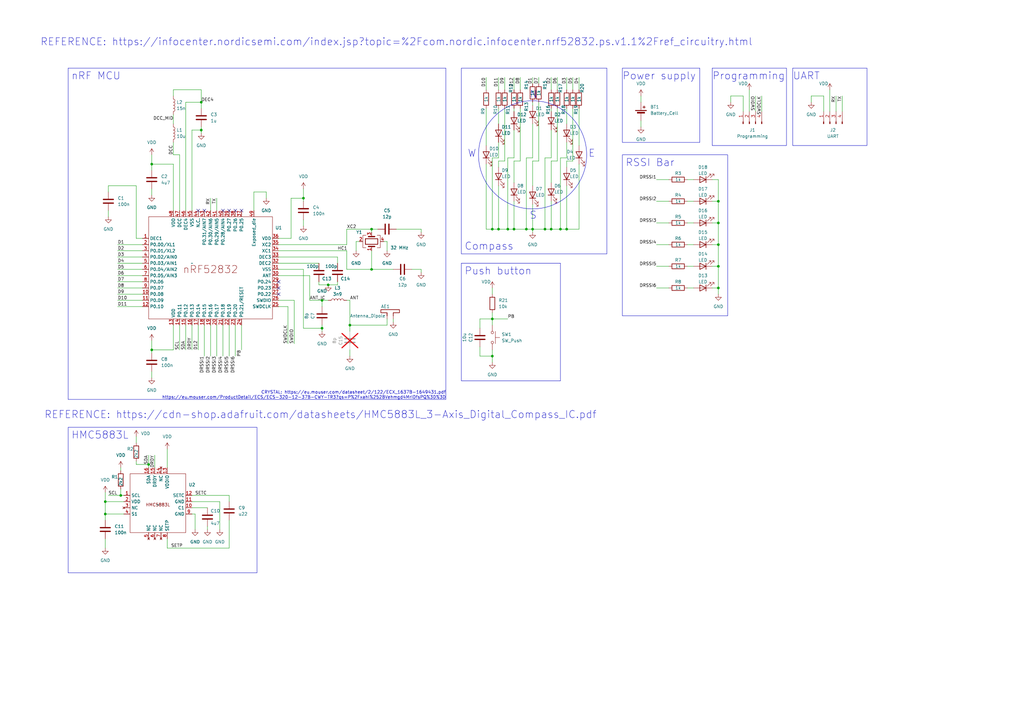
<source format=kicad_sch>
(kicad_sch (version 20230121) (generator eeschema)
  (paper "A3")
  (title_block (title "nRF52832 Beacon visit card") (date "2024-06-07") (rev "v0.1") (company "Indigo Ingenium") (comment 1 "Author: Damjan Prerad"))
  (lib_symbols
    (symbol "Connector:Conn_01x04_Pin" (pin_names (offset 1.016) hide)
      (property "Reference" "J" (at 0 5.08 0))
      (property "Value" "Conn_01x04_Pin" (at 0 -7.62 0))
      (symbol "Conn_01x04_Pin_1_1"
        (pin passive line (at 5.08 2.54 180) (length 3.81) (name "Pin_1") (number "1"))
        (pin passive line (at 5.08 0 180) (length 3.81) (name "Pin_2") (number "2"))
        (pin passive line (at 5.08 -2.54 180) (length 3.81) (name "Pin_3") (number "3"))
        (pin passive line (at 5.08 -5.08 180) (length 3.81) (name "Pin_4") (number "4"))
      )
    )
    (symbol "Device:Antenna_Dipole" (pin_numbers hide) (pin_names (offset 1.016) hide)
      (property "Reference" "AE" (at 1.27 1.27 0))
      (property "Value" "Antenna_Dipole" (at 1.27 0 0))
      (symbol "Antenna_Dipole_1_1"
        (pin input line (at 0 -5.08 90) (length 2.54) (name "~") (number "1"))
        (pin input line (at 2.54 -5.08 90) (length 2.54) (name "~") (number "2"))
      )
    )
    (symbol "Device:Battery_Cell" (pin_numbers hide) (pin_names (offset 0) hide)
      (property "Reference" "BT" (at 2.54 2.54 0))
      (property "Value" "Battery_Cell" (at 2.54 0 0))
      (symbol "Battery_Cell_1_1"
        (pin passive line (at 0 5.08 270) (length 2.54) (name "+") (number "1"))
        (pin passive line (at 0 -2.54 90) (length 2.54) (name "-") (number "2"))
      )
    )
    (symbol "Device:C" (pin_numbers hide) (pin_names (offset 0.254))
      (property "Reference" "C" (at 0.635 2.54 0))
      (property "Value" "C" (at 0.635 -2.54 0))
      (symbol "C_1_1"
        (pin passive line (at 0 3.81 270) (length 2.794) (name "~") (number "1"))
        (pin passive line (at 0 -3.81 90) (length 2.794) (name "~") (number "2"))
      )
    )
    (symbol "Device:Crystal_GND24" (pin_names (offset 1.016) hide)
      (property "Reference" "Y" (at 3.175 5.08 0))
      (property "Value" "Crystal_GND24" (at 3.175 3.175 0))
      (symbol "Crystal_GND24_1_1"
        (pin passive line (at -3.81 0 0) (length 1.27) (name "1") (number "1"))
        (pin passive line (at 0 5.08 270) (length 1.27) (name "2") (number "2"))
        (pin passive line (at 3.81 0 180) (length 1.27) (name "3") (number "3"))
        (pin passive line (at 0 -5.08 90) (length 1.27) (name "4") (number "4"))
      )
    )
    (symbol "Device:L" (pin_numbers hide) (pin_names (offset 1.016) hide)
      (property "Reference" "L" (at -1.27 0 90))
      (property "Value" "L" (at 1.905 0 90))
      (symbol "L_1_1"
        (pin passive line (at 0 3.81 270) (length 1.27) (name "1") (number "1"))
        (pin passive line (at 0 -3.81 90) (length 1.27) (name "2") (number "2"))
      )
    )
    (symbol "Device:LED" (pin_numbers hide) (pin_names (offset 1.016) hide)
      (property "Reference" "D" (at 0 2.54 0))
      (property "Value" "LED" (at 0 -2.54 0))
      (symbol "LED_1_1"
        (pin passive line (at -3.81 0 0) (length 2.54) (name "K") (number "1"))
        (pin passive line (at 3.81 0 180) (length 2.54) (name "A") (number "2"))
      )
    )
    (symbol "Device:R" (pin_numbers hide) (pin_names (offset 0))
      (property "Reference" "R" (at 2.032 0 90))
      (property "Value" "R" (at 0 0 90))
      (symbol "R_1_1"
        (pin passive line (at 0 3.81 270) (length 1.27) (name "~") (number "1"))
        (pin passive line (at 0 -3.81 90) (length 1.27) (name "~") (number "2"))
      )
    )
    (symbol "HMC5883L:HMC5883L"
      (property "Reference" "U" (at -11.43 13.97 0))
      (symbol "HMC5883L_1_1"
        (text "HMC5883L" (at 0 0 0) (effects (font (size 1.27 1.27))))
        (pin bidirectional line (at -13.97 3.81 0) (length 2.54) (name "SCL") (number "1"))
        (pin bidirectional line (at 13.97 -1.27 180) (length 2.54) (name "C1") (number "10"))
        (pin power_in line (at 13.97 1.27 180) (length 2.54) (name "GND") (number "11"))
        (pin bidirectional line (at 13.97 3.81 180) (length 2.54) (name "SETC") (number "12"))
        (pin power_in line (at 3.81 15.24 270) (length 2.54) (name "VDDIO") (number "13"))
        (pin no_connect line (at 1.27 15.24 270) (length 2.54) (name "NC") (number "14"))
        (pin bidirectional line (at -1.27 15.24 270) (length 2.54) (name "DRDY") (number "15"))
        (pin bidirectional line (at -3.81 15.24 270) (length 2.54) (name "SDA") (number "16"))
        (pin power_in line (at -13.97 1.27 0) (length 2.54) (name "VDD") (number "2"))
        (pin no_connect line (at -13.97 -1.27 0) (length 2.54) (name "NC") (number "3"))
        (pin bidirectional line (at -13.97 -3.81 0) (length 2.54) (name "S1") (number "4"))
        (pin no_connect line (at -3.81 -13.97 90) (length 2.54) (name "NC") (number "5"))
        (pin no_connect line (at -1.27 -13.97 90) (length 2.54) (name "NC") (number "6"))
        (pin no_connect line (at 1.27 -13.97 90) (length 2.54) (name "NC") (number "7"))
        (pin bidirectional line (at 3.81 -13.97 90) (length 2.54) (name "SETP") (number "8"))
        (pin power_in line (at 13.97 -3.81 180) (length 2.54) (name "GND") (number "9"))
      )
    )
    (symbol "Switch:SW_Push" (pin_numbers hide) (pin_names (offset 1.016) hide)
      (property "Reference" "SW" (at 1.27 2.54 0))
      (property "Value" "SW_Push" (at 0 -1.524 0))
      (symbol "SW_Push_0_1"
        (pin passive line (at -5.08 0 0) (length 2.54) (name "1") (number "1"))
        (pin passive line (at 5.08 0 180) (length 2.54) (name "2") (number "2"))
      )
    )
    (symbol "nRF52832:nRF52832"
      (property "Reference" "U" (at -24.13 24.13 0))
      (symbol "nRF52832_1_1"
        (text "nRF52832" (at 0 0 0) (effects (font (size 3 3))))
        (pin input line (at -27.94 12.7 0) (length 2.54) (name "DEC1") (number "1"))
        (pin bidirectional line (at -27.94 -10.16 0) (length 2.54) (name "P0.08") (number "10"))
        (pin bidirectional line (at -27.94 -12.7 0) (length 2.54) (name "P0.09") (number "11"))
        (pin bidirectional line (at -27.94 -15.24 0) (length 2.54) (name "P0.10") (number "12"))
        (pin power_in line (at -15.24 -22.86 90) (length 2.54) (name "VDD") (number "13"))
        (pin bidirectional line (at -12.7 -22.86 90) (length 2.54) (name "P0.11") (number "14"))
        (pin bidirectional line (at -10.16 -22.86 90) (length 2.54) (name "P0.12") (number "15"))
        (pin bidirectional line (at -7.62 -22.86 90) (length 2.54) (name "P0.13") (number "16"))
        (pin bidirectional line (at -5.08 -22.86 90) (length 2.54) (name "P0.14") (number "17"))
        (pin bidirectional line (at -2.54 -22.86 90) (length 2.54) (name "P0.15") (number "18"))
        (pin bidirectional line (at 0 -22.86 90) (length 2.54) (name "P0.16") (number "19"))
        (pin bidirectional line (at -27.94 10.16 0) (length 2.54) (name "P0.00/XL1") (number "2"))
        (pin bidirectional line (at 2.54 -22.86 90) (length 2.54) (name "P0.17") (number "20"))
        (pin bidirectional line (at 5.08 -22.86 90) (length 2.54) (name "P0.18") (number "21"))
        (pin bidirectional line (at 7.62 -22.86 90) (length 2.54) (name "P0.19") (number "22"))
        (pin bidirectional line (at 10.16 -22.86 90) (length 2.54) (name "P0.20") (number "23"))
        (pin bidirectional line (at 12.7 -22.86 90) (length 2.54) (name "P0.21/RESET") (number "24"))
        (pin bidirectional line (at 27.94 -15.24 180) (length 2.54) (name "SWDCLK") (number "25"))
        (pin bidirectional line (at 27.94 -12.7 180) (length 2.54) (name "SWDIO") (number "26"))
        (pin bidirectional line (at 27.94 -10.16 180) (length 2.54) (name "P0.22") (number "27"))
        (pin bidirectional line (at 27.94 -7.62 180) (length 2.54) (name "P0.23") (number "28"))
        (pin bidirectional line (at 27.94 -5.08 180) (length 2.54) (name "P0.24") (number "29"))
        (pin bidirectional line (at -27.94 7.62 0) (length 2.54) (name "P0.01/XL2") (number "3"))
        (pin bidirectional line (at 27.94 -2.54 180) (length 2.54) (name "ANT") (number "30"))
        (pin power_in line (at 27.94 0 180) (length 2.54) (name "VSS") (number "31"))
        (pin bidirectional line (at 27.94 2.54 180) (length 2.54) (name "DEC2") (number "32"))
        (pin bidirectional line (at 27.94 5.08 180) (length 2.54) (name "DEC3") (number "33"))
        (pin input line (at 27.94 7.62 180) (length 2.54) (name "XC1") (number "34"))
        (pin output line (at 27.94 10.16 180) (length 2.54) (name "XC2") (number "35"))
        (pin power_in line (at 27.94 12.7 180) (length 2.54) (name "VDD") (number "36"))
        (pin bidirectional line (at 12.7 24.13 270) (length 2.54) (name "P0.25") (number "37"))
        (pin bidirectional line (at 10.16 24.13 270) (length 2.54) (name "P0.26") (number "38"))
        (pin bidirectional line (at 7.62 24.13 270) (length 2.54) (name "P0.27") (number "39"))
        (pin bidirectional line (at -27.94 5.08 0) (length 2.54) (name "P0.02/AIN0") (number "4"))
        (pin bidirectional line (at 5.08 24.13 270) (length 2.54) (name "P0.28/AIN4") (number "40"))
        (pin bidirectional line (at 2.54 24.13 270) (length 2.54) (name "P0.29/AIN5") (number "41"))
        (pin bidirectional line (at 0 24.13 270) (length 2.54) (name "P0.30/AIN6") (number "42"))
        (pin bidirectional line (at -2.54 24.13 270) (length 2.54) (name "P0.31/AIN7") (number "43"))
        (pin bidirectional line (at -5.08 24.13 270) (length 2.54) (name "N.C.") (number "44"))
        (pin bidirectional line (at -7.62 24.13 270) (length 2.54) (name "VSS") (number "45"))
        (pin bidirectional line (at -10.16 24.13 270) (length 2.54) (name "DEC4") (number "46"))
        (pin bidirectional line (at -12.7 24.13 270) (length 2.54) (name "DCC") (number "47"))
        (pin bidirectional line (at -15.24 24.13 270) (length 2.54) (name "VDD") (number "48"))
        (pin power_in line (at 17.78 24.13 270) (length 2.54) (name "Exposed_die") (number "49"))
        (pin bidirectional line (at -27.94 2.54 0) (length 2.54) (name "P0.03/AIN1") (number "5"))
        (pin bidirectional line (at -27.94 0 0) (length 2.54) (name "P0.04/AIN2") (number "6"))
        (pin bidirectional line (at -27.94 -2.54 0) (length 2.54) (name "P0.05/AIN3") (number "7"))
        (pin bidirectional line (at -27.94 -5.08 0) (length 2.54) (name "P0.06") (number "8"))
        (pin bidirectional line (at -27.94 -7.62 0) (length 2.54) (name "P0.07") (number "9"))
      )
    )
    (symbol "power:GND" (power) (pin_names (offset 0))
      (property "Value" "GND" (at 0 -3.81 0))
      (symbol "GND_1_1"
        (pin power_in line (at 0 0 270) (length 0) hide (name "GND") (number "1"))
      )
    )
    (symbol "power:VDD" (power) (pin_names (offset 0))
      (property "Value" "VDD" (at 0 3.81 0))
      (symbol "VDD_1_1"
        (pin power_in line (at 0 0 90) (length 0) hide (name "VDD") (number "1"))
      )
    )
  )
  (junction (at 82.55 41.91))
  (junction (at 60.96 190.5))
  (junction (at 152.4 93.98))
  (junction (at 232.41 93.98))
  (junction (at 210.82 93.98))
  (junction (at 294.64 91.44))
  (junction (at 201.93 93.98))
  (junction (at 215.9 93.98))
  (junction (at 294.64 109.22))
  (junction (at 82.55 53.34))
  (junction (at 132.08 123.19))
  (junction (at 218.44 93.98))
  (junction (at 62.23 143.51))
  (junction (at 134.62 116.84))
  (junction (at 294.64 100.33))
  (junction (at 143.51 133.35))
  (junction (at 49.53 203.2))
  (junction (at 62.23 67.31))
  (junction (at 204.47 93.98))
  (junction (at 294.64 118.11))
  (junction (at 201.93 146.05))
  (junction (at 226.06 93.98))
  (junction (at 223.52 93.98))
  (junction (at 43.18 210.82))
  (junction (at 152.4 110.49))
  (junction (at 208.28 93.98))
  (junction (at 43.18 205.74))
  (junction (at 124.46 81.28))
  (junction (at 132.08 134.62))
  (junction (at 201.93 130.81))
  (junction (at 294.64 82.55))
  (junction (at 229.87 93.98))
  (no_connect (at 91.44 86.36))
  (no_connect (at 99.06 86.36))
  (no_connect (at 81.28 86.36))
  (no_connect (at 114.3 118.11))
  (no_connect (at 83.82 86.36))
  (no_connect (at 114.3 120.65))
  (no_connect (at 93.98 86.36))
  (no_connect (at 114.3 115.57))
  (no_connect (at 96.52 86.36))
  (wire (pts (xy 44.45 203.2) (xy 49.53 203.2)))
  (wire (pts (xy 48.26 118.11) (xy 58.42 118.11)))
  (wire (pts (xy 201.93 128.27) (xy 201.93 130.81)))
  (wire (pts (xy 228.6 44.45) (xy 228.6 66.04)))
  (wire (pts (xy 232.41 66.04) (xy 232.41 68.58)))
  (wire (pts (xy 215.9 64.77) (xy 215.9 93.98)))
  (wire (pts (xy 82.55 36.83) (xy 82.55 41.91)))
  (wire (pts (xy 55.88 97.79) (xy 58.42 97.79)))
  (wire (pts (xy 78.74 53.34) (xy 82.55 53.34)))
  (wire (pts (xy 138.43 116.84) (xy 134.62 116.84)))
  (wire (pts (xy 62.23 152.4) (xy 62.23 154.94)))
  (wire (pts (xy 281.94 118.11) (xy 284.48 118.11)))
  (wire (pts (xy 168.91 110.49) (xy 172.72 110.49)))
  (wire (pts (xy 269.24 91.44) (xy 274.32 91.44)))
  (wire (pts (xy 340.36 36.83) (xy 340.36 45.72)))
  (wire (pts (xy 132.08 125.73) (xy 132.08 123.19)))
  (wire (pts (xy 307.34 36.83) (xy 307.34 45.72)))
  (wire (pts (xy 213.36 31.75) (xy 213.36 36.83)))
  (wire (pts (xy 43.18 220.98) (xy 43.18 224.79)))
  (wire (pts (xy 218.44 83.82) (xy 218.44 93.98)))
  (wire (pts (xy 62.23 69.85) (xy 62.23 67.31)))
  (wire (pts (xy 63.5 186.69) (xy 63.5 191.77)))
  (wire (pts (xy 281.94 82.55) (xy 284.48 82.55)))
  (wire (pts (xy 43.18 210.82) (xy 43.18 213.36)))
  (wire (pts (xy 210.82 74.93) (xy 210.82 66.04)))
  (wire (pts (xy 237.49 67.31) (xy 237.49 93.98)))
  (wire (pts (xy 48.26 123.19) (xy 58.42 123.19)))
  (wire (pts (xy 312.42 39.37) (xy 312.42 45.72)))
  (wire (pts (xy 337.82 39.37) (xy 337.82 45.72)))
  (wire (pts (xy 81.28 133.35) (xy 81.28 143.51)))
  (wire (pts (xy 60.96 186.69) (xy 60.96 190.5)))
  (wire (pts (xy 68.58 224.79) (xy 93.98 224.79)))
  (wire (pts (xy 152.4 95.25) (xy 152.4 93.98)))
  (wire (pts (xy 207.01 31.75) (xy 207.01 36.83)))
  (wire (pts (xy 229.87 93.98) (xy 226.06 93.98)))
  (wire (pts (xy 237.49 93.98) (xy 232.41 93.98)))
  (wire (pts (xy 304.8 39.37) (xy 304.8 45.72)))
  (wire (pts (xy 78.74 86.36) (xy 78.74 53.34)))
  (wire (pts (xy 60.96 190.5) (xy 60.96 191.77)))
  (wire (pts (xy 281.94 91.44) (xy 284.48 91.44)))
  (wire (pts (xy 158.75 99.06) (xy 158.75 102.87)))
  (wire (pts (xy 152.4 110.49) (xy 152.4 102.87)))
  (wire (pts (xy 218.44 66.04) (xy 218.44 76.2)))
  (wire (pts (xy 218.44 50.8) (xy 218.44 64.77)))
  (wire (pts (xy 342.9 39.37) (xy 342.9 45.72)))
  (wire (pts (xy 71.12 63.5) (xy 73.66 63.5)))
  (wire (pts (xy 143.51 133.35) (xy 143.51 123.19)))
  (wire (pts (xy 226.06 93.98) (xy 223.52 93.98)))
  (wire (pts (xy 43.18 210.82) (xy 50.8 210.82)))
  (wire (pts (xy 114.3 110.49) (xy 124.46 110.49)))
  (wire (pts (xy 201.93 64.77) (xy 201.93 93.98)))
  (wire (pts (xy 172.72 93.98) (xy 172.72 95.25)))
  (wire (pts (xy 73.66 63.5) (xy 73.66 86.36)))
  (wire (pts (xy 48.26 125.73) (xy 58.42 125.73)))
  (wire (pts (xy 104.14 78.74) (xy 104.14 86.36)))
  (wire (pts (xy 226.06 64.77) (xy 223.52 64.77)))
  (wire (pts (xy 82.55 53.34) (xy 82.55 54.61)))
  (wire (pts (xy 208.28 64.77) (xy 208.28 93.98)))
  (wire (pts (xy 218.44 41.91) (xy 218.44 43.18)))
  (wire (pts (xy 345.44 39.37) (xy 345.44 45.72)))
  (wire (pts (xy 226.06 53.34) (xy 226.06 64.77)))
  (wire (pts (xy 114.3 102.87) (xy 142.24 102.87)))
  (wire (pts (xy 93.98 224.79) (xy 93.98 213.36)))
  (wire (pts (xy 142.24 110.49) (xy 152.4 110.49)))
  (wire (pts (xy 124.46 110.49) (xy 124.46 134.62)))
  (wire (pts (xy 109.22 81.28) (xy 109.22 78.74)))
  (wire (pts (xy 210.82 44.45) (xy 210.82 45.72)))
  (wire (pts (xy 220.98 31.75) (xy 220.98 34.29)))
  (wire (pts (xy 44.45 86.36) (xy 44.45 88.9)))
  (wire (pts (xy 82.55 41.91) (xy 82.55 44.45)))
  (wire (pts (xy 93.98 203.2) (xy 93.98 205.74)))
  (wire (pts (xy 229.87 64.77) (xy 229.87 93.98)))
  (wire (pts (xy 44.45 78.74) (xy 44.45 76.2)))
  (wire (pts (xy 78.74 203.2) (xy 93.98 203.2)))
  (wire (pts (xy 142.24 93.98) (xy 142.24 100.33)))
  (wire (pts (xy 44.45 76.2) (xy 55.88 76.2)))
  (wire (pts (xy 196.85 134.62) (xy 196.85 130.81)))
  (wire (pts (xy 55.88 179.07) (xy 55.88 181.61)))
  (wire (pts (xy 130.81 116.84) (xy 134.62 116.84)))
  (wire (pts (xy 90.17 205.74) (xy 90.17 217.17)))
  (wire (pts (xy 71.12 67.31) (xy 71.12 86.36)))
  (wire (pts (xy 201.93 146.05) (xy 201.93 148.59)))
  (wire (pts (xy 201.93 118.11) (xy 201.93 120.65)))
  (wire (pts (xy 204.47 68.58) (xy 204.47 66.04)))
  (wire (pts (xy 210.82 82.55) (xy 210.82 93.98)))
  (wire (pts (xy 269.24 109.22) (xy 274.32 109.22)))
  (wire (pts (xy 234.95 31.75) (xy 234.95 36.83)))
  (wire (pts (xy 62.23 139.7) (xy 62.23 143.51)))
  (wire (pts (xy 208.28 93.98) (xy 210.82 93.98)))
  (wire (pts (xy 294.64 100.33) (xy 294.64 109.22)))
  (wire (pts (xy 204.47 66.04) (xy 207.01 66.04)))
  (wire (pts (xy 201.93 93.98) (xy 204.47 93.98)))
  (wire (pts (xy 120.65 123.19) (xy 120.65 140.97)))
  (wire (pts (xy 226.06 31.75) (xy 226.06 36.83)))
  (wire (pts (xy 48.26 105.41) (xy 58.42 105.41)))
  (wire (pts (xy 281.94 100.33) (xy 284.48 100.33)))
  (wire (pts (xy 226.06 82.55) (xy 226.06 93.98)))
  (wire (pts (xy 292.1 109.22) (xy 294.64 109.22)))
  (wire (pts (xy 269.24 82.55) (xy 274.32 82.55)))
  (wire (pts (xy 152.4 93.98) (xy 142.24 93.98)))
  (wire (pts (xy 281.94 73.66) (xy 284.48 73.66)))
  (wire (pts (xy 292.1 91.44) (xy 294.64 91.44)))
  (wire (pts (xy 132.08 133.35) (xy 132.08 134.62)))
  (wire (pts (xy 78.74 208.28) (xy 85.09 208.28)))
  (wire (pts (xy 199.39 67.31) (xy 199.39 93.98)))
  (wire (pts (xy 85.09 215.9) (xy 85.09 217.17)))
  (wire (pts (xy 48.26 102.87) (xy 58.42 102.87)))
  (wire (pts (xy 124.46 81.28) (xy 124.46 82.55)))
  (wire (pts (xy 138.43 105.41) (xy 138.43 107.95)))
  (wire (pts (xy 62.23 63.5) (xy 62.23 67.31)))
  (wire (pts (xy 114.3 123.19) (xy 120.65 123.19)))
  (wire (pts (xy 132.08 134.62) (xy 132.08 135.89)))
  (wire (pts (xy 210.82 93.98) (xy 215.9 93.98)))
  (wire (pts (xy 114.3 113.03) (xy 127 113.03)))
  (wire (pts (xy 48.26 100.33) (xy 58.42 100.33)))
  (wire (pts (xy 143.51 133.35) (xy 143.51 135.89)))
  (wire (pts (xy 78.74 205.74) (xy 90.17 205.74)))
  (wire (pts (xy 281.94 109.22) (xy 284.48 109.22)))
  (wire (pts (xy 226.06 66.04) (xy 228.6 66.04)))
  (wire (pts (xy 172.72 110.49) (xy 172.72 111.76)))
  (wire (pts (xy 332.74 39.37) (xy 332.74 41.91)))
  (wire (pts (xy 127 123.19) (xy 132.08 123.19)))
  (wire (pts (xy 127 113.03) (xy 127 123.19)))
  (wire (pts (xy 218.44 66.04) (xy 220.98 66.04)))
  (wire (pts (xy 294.64 82.55) (xy 294.64 91.44)))
  (wire (pts (xy 147.32 99.06) (xy 146.05 99.06)))
  (wire (pts (xy 142.24 123.19) (xy 143.51 123.19)))
  (wire (pts (xy 210.82 64.77) (xy 208.28 64.77)))
  (wire (pts (xy 48.26 120.65) (xy 58.42 120.65)))
  (wire (pts (xy 218.44 93.98) (xy 218.44 95.25)))
  (wire (pts (xy 71.12 36.83) (xy 82.55 36.83)))
  (wire (pts (xy 158.75 133.35) (xy 143.51 133.35)))
  (wire (pts (xy 232.41 31.75) (xy 232.41 36.83)))
  (wire (pts (xy 119.38 81.28) (xy 124.46 81.28)))
  (wire (pts (xy 201.93 146.05) (xy 201.93 143.51)))
  (wire (pts (xy 262.89 49.53) (xy 262.89 52.07)))
  (wire (pts (xy 68.58 220.98) (xy 68.58 224.79)))
  (wire (pts (xy 294.64 73.66) (xy 294.64 82.55)))
  (wire (pts (xy 55.88 190.5) (xy 60.96 190.5)))
  (wire (pts (xy 114.3 107.95) (xy 130.81 107.95)))
  (wire (pts (xy 215.9 93.98) (xy 218.44 93.98)))
  (wire (pts (xy 210.82 31.75) (xy 210.82 36.83)))
  (wire (pts (xy 269.24 118.11) (xy 274.32 118.11)))
  (wire (pts (xy 48.26 110.49) (xy 58.42 110.49)))
  (wire (pts (xy 210.82 66.04) (xy 213.36 66.04)))
  (wire (pts (xy 196.85 142.24) (xy 196.85 146.05)))
  (wire (pts (xy 138.43 115.57) (xy 138.43 116.84)))
  (wire (pts (xy 48.26 107.95) (xy 58.42 107.95)))
  (wire (pts (xy 232.41 64.77) (xy 229.87 64.77)))
  (wire (pts (xy 292.1 118.11) (xy 294.64 118.11)))
  (wire (pts (xy 304.8 39.37) (xy 299.72 39.37)))
  (wire (pts (xy 93.98 133.35) (xy 93.98 146.05)))
  (wire (pts (xy 204.47 31.75) (xy 204.47 36.83)))
  (wire (pts (xy 124.46 90.17) (xy 124.46 92.71)))
  (wire (pts (xy 201.93 130.81) (xy 201.93 133.35)))
  (wire (pts (xy 96.52 133.35) (xy 96.52 146.05)))
  (wire (pts (xy 119.38 97.79) (xy 119.38 81.28)))
  (wire (pts (xy 204.47 64.77) (xy 201.93 64.77)))
  (wire (pts (xy 71.12 133.35) (xy 71.12 143.51)))
  (wire (pts (xy 43.18 205.74) (xy 50.8 205.74)))
  (wire (pts (xy 201.93 130.81) (xy 208.28 130.81)))
  (wire (pts (xy 76.2 41.91) (xy 82.55 41.91)))
  (wire (pts (xy 71.12 46.99) (xy 71.12 50.8)))
  (wire (pts (xy 234.95 44.45) (xy 234.95 66.04)))
  (wire (pts (xy 213.36 44.45) (xy 213.36 66.04)))
  (wire (pts (xy 82.55 52.07) (xy 82.55 53.34)))
  (wire (pts (xy 91.44 133.35) (xy 91.44 146.05)))
  (wire (pts (xy 78.74 133.35) (xy 78.74 143.51)))
  (wire (pts (xy 294.64 91.44) (xy 294.64 100.33)))
  (wire (pts (xy 292.1 73.66) (xy 294.64 73.66)))
  (wire (pts (xy 292.1 82.55) (xy 294.64 82.55)))
  (wire (pts (xy 237.49 31.75) (xy 237.49 36.83)))
  (wire (pts (xy 43.18 205.74) (xy 43.18 210.82)))
  (wire (pts (xy 73.66 133.35) (xy 73.66 143.51)))
  (wire (pts (xy 204.47 58.42) (xy 204.47 64.77)))
  (wire (pts (xy 228.6 31.75) (xy 228.6 36.83)))
  (wire (pts (xy 49.53 191.77) (xy 49.53 193.04)))
  (wire (pts (xy 71.12 58.42) (xy 71.12 63.5)))
  (wire (pts (xy 232.41 44.45) (xy 232.41 50.8)))
  (wire (pts (xy 68.58 184.15) (xy 68.58 191.77)))
  (wire (pts (xy 220.98 41.91) (xy 220.98 66.04)))
  (wire (pts (xy 152.4 110.49) (xy 161.29 110.49)))
  (wire (pts (xy 114.3 105.41) (xy 138.43 105.41)))
  (wire (pts (xy 196.85 146.05) (xy 201.93 146.05)))
  (wire (pts (xy 199.39 31.75) (xy 199.39 36.83)))
  (wire (pts (xy 71.12 39.37) (xy 71.12 36.83)))
  (wire (pts (xy 55.88 189.23) (xy 55.88 190.5)))
  (wire (pts (xy 62.23 67.31) (xy 71.12 67.31)))
  (wire (pts (xy 262.89 39.37) (xy 262.89 41.91)))
  (wire (pts (xy 88.9 133.35) (xy 88.9 146.05)))
  (wire (pts (xy 49.53 203.2) (xy 50.8 203.2)))
  (wire (pts (xy 43.18 201.93) (xy 43.18 205.74)))
  (wire (pts (xy 114.3 100.33) (xy 142.24 100.33)))
  (wire (pts (xy 232.41 93.98) (xy 229.87 93.98)))
  (wire (pts (xy 158.75 133.35) (xy 158.75 130.81)))
  (wire (pts (xy 71.12 143.51) (xy 62.23 143.51)))
  (wire (pts (xy 223.52 64.77) (xy 223.52 93.98)))
  (wire (pts (xy 49.53 200.66) (xy 49.53 203.2)))
  (wire (pts (xy 199.39 93.98) (xy 201.93 93.98)))
  (wire (pts (xy 210.82 53.34) (xy 210.82 64.77)))
  (wire (pts (xy 269.24 100.33) (xy 274.32 100.33)))
  (wire (pts (xy 99.06 133.35) (xy 99.06 143.51)))
  (wire (pts (xy 118.11 125.73) (xy 118.11 140.97)))
  (wire (pts (xy 294.64 118.11) (xy 294.64 120.65)))
  (wire (pts (xy 124.46 134.62) (xy 132.08 134.62)))
  (wire (pts (xy 88.9 81.28) (xy 88.9 86.36)))
  (wire (pts (xy 199.39 44.45) (xy 199.39 59.69)))
  (wire (pts (xy 204.47 93.98) (xy 208.28 93.98)))
  (wire (pts (xy 226.06 44.45) (xy 226.06 45.72)))
  (wire (pts (xy 162.56 93.98) (xy 172.72 93.98)))
  (wire (pts (xy 232.41 66.04) (xy 234.95 66.04)))
  (wire (pts (xy 237.49 44.45) (xy 237.49 59.69)))
  (wire (pts (xy 146.05 99.06) (xy 146.05 102.87)))
  (wire (pts (xy 124.46 77.47) (xy 124.46 81.28)))
  (wire (pts (xy 80.01 210.82) (xy 80.01 217.17)))
  (wire (pts (xy 161.29 130.81) (xy 161.29 132.08)))
  (wire (pts (xy 62.23 77.47) (xy 62.23 80.01)))
  (wire (pts (xy 299.72 39.37) (xy 299.72 41.91)))
  (wire (pts (xy 83.82 133.35) (xy 83.82 146.05)))
  (wire (pts (xy 309.88 39.37) (xy 309.88 45.72)))
  (wire (pts (xy 76.2 86.36) (xy 76.2 41.91)))
  (wire (pts (xy 142.24 102.87) (xy 142.24 110.49)))
  (wire (pts (xy 130.81 115.57) (xy 130.81 116.84)))
  (wire (pts (xy 204.47 44.45) (xy 204.47 50.8)))
  (wire (pts (xy 152.4 93.98) (xy 154.94 93.98)))
  (wire (pts (xy 114.3 97.79) (xy 119.38 97.79)))
  (wire (pts (xy 232.41 76.2) (xy 232.41 93.98)))
  (wire (pts (xy 269.24 73.66) (xy 274.32 73.66)))
  (wire (pts (xy 76.2 133.35) (xy 76.2 143.51)))
  (wire (pts (xy 86.36 81.28) (xy 86.36 86.36)))
  (wire (pts (xy 114.3 125.73) (xy 118.11 125.73)))
  (wire (pts (xy 157.48 99.06) (xy 158.75 99.06)))
  (wire (pts (xy 48.26 115.57) (xy 58.42 115.57)))
  (wire (pts (xy 143.51 143.51) (xy 143.51 146.05)))
  (wire (pts (xy 55.88 76.2) (xy 55.88 97.79)))
  (wire (pts (xy 292.1 100.33) (xy 294.64 100.33)))
  (wire (pts (xy 204.47 76.2) (xy 204.47 93.98)))
  (wire (pts (xy 337.82 39.37) (xy 332.74 39.37)))
  (wire (pts (xy 196.85 130.81) (xy 201.93 130.81)))
  (wire (pts (xy 232.41 58.42) (xy 232.41 64.77)))
  (wire (pts (xy 207.01 44.45) (xy 207.01 66.04)))
  (wire (pts (xy 62.23 143.51) (xy 62.23 144.78)))
  (wire (pts (xy 109.22 78.74) (xy 104.14 78.74)))
  (wire (pts (xy 223.52 93.98) (xy 218.44 93.98)))
  (wire (pts (xy 218.44 64.77) (xy 215.9 64.77)))
  (wire (pts (xy 226.06 74.93) (xy 226.06 66.04)))
  (wire (pts (xy 132.08 123.19) (xy 134.62 123.19)))
  (wire (pts (xy 294.64 109.22) (xy 294.64 118.11)))
  (wire (pts (xy 86.36 133.35) (xy 86.36 146.05)))
  (wire (pts (xy 78.74 210.82) (xy 80.01 210.82)))
  (wire (pts (xy 48.26 113.03) (xy 58.42 113.03)))
  (wire (pts (xy 218.44 31.75) (xy 218.44 34.29)))
  (rectangle (start 27.94 27.94) (end 182.88 163.83))
  (rectangle (start 189.23 107.95) (end 229.87 156.21))
  (rectangle (start 27.94 175.26) (end 105.41 234.95))
  (circle (center 218.44 63.5) (radius 22.1796))
  (rectangle (start 189.23 27.94) (end 248.92 104.14))
  (rectangle (start 255.27 63.5) (end 298.45 129.54))
  (rectangle (start 325.12 27.94) (end 355.6 59.69))
  (rectangle (start 292.1 27.94) (end 322.58 59.69))
  (rectangle (start 255.27 27.94) (end 287.02 58.42))
  (text "S" (at 217.17 90.17 0) (effects (font (size 3 3)) (justify left bottom)))
  (text "Programming\n" (at 292.1 33.02 0) (effects (font (size 3 3)) (justify left bottom)))
  (text "Push button" (at 190.5 113.03 0) (effects (font (size 3 3)) (justify left bottom)))
  (text "Power supply" (at 255.27 33.02 0) (effects (font (size 3 3)) (justify left bottom)))
  (text "UART" (at 325.12 33.02 0) (effects (font (size 3 3)) (justify left bottom)))
  (text "Compass" (at 190.5 102.87 0) (effects (font (size 3 3)) (justify left bottom)))
  (text "HMC5883L" (at 29.21 180.34 0) (effects (font (size 3 3)) (justify left bottom)))
  (text "W" (at 191.77 64.77 0) (effects (font (size 3 3)) (justify left bottom)))
  (text "RSSI Bar" (at 256.54 68.58 0) (effects (font (size 3 3)) (justify left bottom)))
  (text "nRF MCU" (at 29.21 33.02 0) (effects (font (size 3 3)) (justify left bottom)))
  (text "REFERENCE: https://cdn-shop.adafruit.com/datasheets/HMC5883L_3-Axis_Digital_Compass_IC.pdf" (at 18.1439 171.9484 0) (effects (font (size 3 3)) (justify left bottom)))
  (text "CRYSTAL: https://eu.mouser.com/datasheet/2/122/ECX_1637B-1649431.pdf\nhttps://eu.mouser.com/ProductDetail/ECS/ECS-320-12-37B-CWY-TR3?qs=P%2FxahI%252BVehmgd4MrIDfsPQ%3D%3D" (at 182.88 163.83 0) (effects (font (size 1.27 1.27)) (justify right bottom)))
  (text "N" (at 217.17 40.64 0) (effects (font (size 3 3)) (justify left bottom)))
  (text "REFERENCE: https://infocenter.nordicsemi.com/index.jsp?topic=%2Fcom.nordic.infocenter.nrf52832.ps.v1.1%2Fref_circuitry.html" (at 16.51 19.05 0) (effects (font (size 3 3)) (justify left bottom)))
  (text "E" (at 241.3 64.77 0) (effects (font (size 3 3)) (justify left bottom)))
  (label "ANT_IC" (at 127 123.19 0))
  (label "DRSSI5" (at 93.98 146.05 270))
  (label "DRSSI4" (at 91.44 146.05 270))
  (label "DRSSI6" (at 96.52 146.05 270))
  (label "D7" (at 220.98 31.75 270))
  (label "XC2" (at 142.24 93.98 0))
  (label "RX" (at 342.9 39.37 270))
  (label "D10" (at 199.39 31.75 270))
  (label "D3" (at 232.41 31.75 270))
  (label "DRSSI2" (at 269.24 82.55 180))
  (label "ANT" (at 143.51 123.19 0))
  (label "PB" (at 208.28 130.81 0))
  (label "DRSSI1" (at 83.82 146.05 270))
  (label "DCC" (at 71.12 63.5 90))
  (label "SDA" (at 76.2 143.51 90))
  (label "D11" (at 204.47 31.75 270))
  (label "PB" (at 99.06 143.51 270))
  (label "D7" (at 48.26 115.57 0))
  (label "SWDCLK" (at 312.42 39.37 270))
  (label "RX" (at 86.36 81.28 270))
  (label "DRSSI4" (at 269.24 100.33 180))
  (label "D3" (at 48.26 105.41 0))
  (label "D4" (at 237.49 31.75 270))
  (label "DRSSI3" (at 269.24 91.44 180))
  (label "D2" (at 226.06 31.75 270))
  (label "TX" (at 88.9 81.28 270))
  (label "D9" (at 48.26 120.65 0))
  (label "D5" (at 48.26 110.49 0))
  (label "D1" (at 48.26 100.33 0))
  (label "D11" (at 48.26 125.73 0))
  (label "SWDIO" (at 120.65 140.97 90))
  (label "DRDY" (at 78.74 143.51 90))
  (label "TX" (at 345.44 39.37 270))
  (label "D8" (at 213.36 31.75 270))
  (label "DRSSI2" (at 86.36 146.05 270))
  (label "DRSSI6" (at 269.24 118.11 180))
  (label "D10" (at 48.26 123.19 0))
  (label "D4" (at 48.26 107.95 0))
  (label "DRDY" (at 63.5 186.69 270))
  (label "SWDCLK" (at 118.11 140.97 90))
  (label "D8" (at 48.26 118.11 0))
  (label "D6" (at 228.6 31.75 270))
  (label "SDA" (at 60.96 186.69 270))
  (label "D6" (at 48.26 113.03 0))
  (label "DRSSI3" (at 88.9 146.05 270))
  (label "SCL" (at 44.45 203.2 0))
  (label "DRSSI1" (at 269.24 73.66 180))
  (label "D5" (at 234.95 31.75 270))
  (label "SCL" (at 73.66 143.51 90))
  (label "D1" (at 218.44 31.75 270))
  (label "HC1" (at 138.43 102.87 0))
  (label "SWDIO" (at 309.88 39.37 270))
  (label "SETC" (at 80.01 203.2 0))
  (label "D12" (at 81.28 143.51 90))
  (label "D9" (at 207.01 31.75 270))
  (label "D2" (at 48.26 102.87 0))
  (label "DRSSI5" (at 269.24 109.22 180))
  (label "D12" (at 210.82 31.75 270))
  (label "DCC_MID" (at 71.12 49.53 180))
  (label "DEC4" (at 82.55 41.91 0))
  (label "SETP" (at 74.93 224.79 180))
  (symbol (lib_id "power:GND") (at 172.72 111.76 0) (unit 1)
    (property "Reference" "#PWR011" (effects hide))
    (property "Value" "GND" (at 172.72 116.84 0))
  )
  (symbol (lib_id "Device:R") (at 220.98 38.1 0) (unit 1)
    (property "Reference" "R15" (at 223.52 36.83 90) (effects (justify left)))
    (property "Value" "1k" (at 220.98 39.37 90) (effects (justify left)))
    (property "Footprint" "Resistor_SMD:R_0603_1608Metric_Pad0.98x0.95mm_HandSolder" (effects hide))
    (property "LCSC" "C14676" (effects hide))
  )
  (symbol (lib_id "Device:R") (at 204.47 40.64 0) (unit 1)
    (property "Reference" "R10" (at 203.2 46.99 90) (effects (justify left)))
    (property "Value" "1k" (at 204.47 41.91 90) (effects (justify left)))
    (property "Footprint" "Resistor_SMD:R_0603_1608Metric_Pad0.98x0.95mm_HandSolder" (effects hide))
    (property "LCSC" "C14676" (effects hide))
  )
  (symbol (lib_id "Connector:Conn_01x04_Pin") (at 340.36 50.8 90) (unit 1)
    (property "Reference" "J2" (at 341.63 53.34 90))
    (property "Value" "UART" (at 341.63 55.88 90))
    (property "Footprint" "SMD_edgeConnector_4pin:SMD_edgeConnector_4pin" (effects hide))
  )
  (symbol (lib_id "Device:LED") (at 204.47 72.39 90) (unit 1)
    (property "Reference" "D9" (at 205.74 69.85 90) (effects (justify right)))
    (property "Value" "LED" (at 205.74 72.39 90) (effects (justify right)))
    (property "Footprint" "LED_SMD:LED_0603_1608Metric_Pad1.05x0.95mm_HandSolder" (effects hide))
    (property "LCSC" "C5197644" (effects hide))
  )
  (symbol (lib_id "Device:C") (at 130.81 111.76 180) (unit 1)
    (property "Reference" "C13" (at 132.08 114.3 0) (effects (justify right)))
    (property "Value" "100p" (at 125.73 109.22 0) (effects (justify right)))
    (property "Footprint" "Capacitor_SMD:C_0402_1005Metric_Pad0.74x0.62mm_HandSolder" (effects hide))
    (property "LCSC" "C1546" (effects hide))
  )
  (symbol (lib_id "Device:C") (at 124.46 86.36 0) (unit 1)
    (property "Reference" "C4" (at 128.27 85.09 0) (effects (justify left)))
    (property "Value" "100n" (at 128.27 87.63 0) (effects (justify left)))
    (property "Footprint" "Capacitor_SMD:C_0402_1005Metric_Pad0.74x0.62mm_HandSolder" (effects hide))
    (property "LCSC" "C1525" (effects hide))
  )
  (symbol (lib_id "power:VDD") (at 201.93 118.11 0) (unit 1)
    (property "Reference" "#PWR027" (effects hide))
    (property "Value" "VDD" (at 199.39 115.57 0))
  )
  (symbol (lib_id "Device:LED") (at 288.29 73.66 180) (unit 1)
    (property "Reference" "D18" (at 288.29 68.58 0))
    (property "Value" "LED" (at 288.29 71.12 0))
    (property "Footprint" "LED_SMD:LED_0603_1608Metric_Pad1.05x0.95mm_HandSolder" (effects hide))
    (property "LCSC" "C5197644" (effects hide))
  )
  (symbol (lib_id "nRF52832:nRF52832") (at 86.36 110.49 0) (unit 1)
    (property "Reference" "U1" (at 114.3 93.4019 0))
    (property "Value" "~" (at 78.74 107.95 0))
    (property "Footprint" "Package_DFN_QFN:QFN-48-1EP_6x6mm_P0.4mm_EP4.6x4.6mm" (effects hide))
    (property "LCSC" "C77540" (effects hide))
  )
  (symbol (lib_id "power:VDD") (at 49.53 191.77 0) (unit 1)
    (property "Reference" "#PWR020" (effects hide))
    (property "Value" "VDD" (at 49.53 186.69 0))
  )
  (symbol (lib_id "Device:R") (at 213.36 40.64 0) (unit 1)
    (property "Reference" "R13" (at 215.9 45.72 90) (effects (justify left)))
    (property "Value" "1k" (at 213.36 41.91 90) (effects (justify left)))
    (property "Footprint" "Resistor_SMD:R_0603_1608Metric_Pad0.98x0.95mm_HandSolder" (effects hide))
    (property "LCSC" "C14676" (effects hide))
  )
  (symbol (lib_id "Device:C") (at 44.45 82.55 0) (unit 1)
    (property "Reference" "C1" (at 48.26 81.28 0) (effects (justify left)))
    (property "Value" "100n" (at 48.26 83.82 0) (effects (justify left)))
    (property "Footprint" "Capacitor_SMD:C_0402_1005Metric_Pad0.74x0.62mm_HandSolder" (effects hide))
    (property "LCSC" "C1525" (effects hide))
  )
  (symbol (lib_id "power:GND") (at 262.89 52.07 0) (unit 1)
    (property "Reference" "#PWR023" (effects hide))
    (property "Value" "GND" (at 262.89 57.15 0))
  )
  (symbol (lib_id "Device:R") (at 228.6 40.64 0) (unit 1)
    (property "Reference" "R17" (at 229.87 38.1 90) (effects (justify left)))
    (property "Value" "1k" (at 228.6 41.91 90) (effects (justify left)))
    (property "Footprint" "Resistor_SMD:R_0603_1608Metric_Pad0.98x0.95mm_HandSolder" (effects hide))
    (property "LCSC" "C14676" (effects hide))
  )
  (symbol (lib_id "Device:LED") (at 288.29 118.11 180) (unit 1)
    (property "Reference" "D13" (at 288.29 113.03 0))
    (property "Value" "LED" (at 288.29 115.57 0))
    (property "Footprint" "LED_SMD:LED_0603_1608Metric_Pad1.05x0.95mm_HandSolder" (effects hide))
    (property "LCSC" "C5197644" (effects hide))
  )
  (symbol (lib_id "Device:R") (at 218.44 38.1 0) (unit 1)
    (property "Reference" "R14" (at 215.9 36.83 90) (effects (justify left)))
    (property "Value" "1k" (at 218.44 39.37 90) (effects (justify left)))
    (property "Footprint" "Resistor_SMD:R_0603_1608Metric_Pad0.98x0.95mm_HandSolder" (effects hide))
    (property "LCSC" "C14676" (effects hide))
  )
  (symbol (lib_id "Device:C") (at 82.55 48.26 0) (unit 1)
    (property "Reference" "C3" (at 86.36 46.99 0) (effects (justify left)))
    (property "Value" "1u" (at 86.36 49.53 0) (effects (justify left)))
    (property "Footprint" "Capacitor_SMD:C_0603_1608Metric_Pad1.08x0.95mm_HandSolder" (effects hide))
    (property "LCSC" "C15684" (effects hide))
  )
  (symbol (lib_id "power:GND") (at 62.23 80.01 0) (unit 1)
    (property "Reference" "#PWR02" (effects hide))
    (property "Value" "GND" (at 62.23 85.09 0))
  )
  (symbol (lib_id "power:GND") (at 143.51 146.05 0) (unit 1)
    (property "Reference" "#PWR032" (effects hide))
    (property "Value" "GND" (at 143.51 151.13 0))
  )
  (symbol (lib_id "Device:R") (at 278.13 91.44 90) (unit 1)
    (property "Reference" "R5" (at 278.13 88.9 90))
    (property "Value" "1k" (at 278.13 91.44 90))
    (property "Footprint" "Resistor_SMD:R_0603_1608Metric_Pad0.98x0.95mm_HandSolder" (effects hide))
    (property "LCSC" "C14676" (effects hide))
  )
  (symbol (lib_id "power:VDD") (at 124.46 77.47 0) (unit 1)
    (property "Reference" "#PWR07" (effects hide))
    (property "Value" "VDD" (at 124.46 72.39 0))
  )
  (symbol (lib_id "Device:R") (at 199.39 40.64 0) (unit 1)
    (property "Reference" "R9" (at 198.12 46.99 90) (effects (justify left)))
    (property "Value" "1k" (at 199.39 41.91 90) (effects (justify left)))
    (property "Footprint" "Resistor_SMD:R_0603_1608Metric_Pad0.98x0.95mm_HandSolder" (effects hide))
    (property "LCSC" "C14676" (effects hide))
  )
  (symbol (lib_id "power:VDD") (at 68.58 184.15 0) (unit 1)
    (property "Reference" "#PWR018" (effects hide))
    (property "Value" "VDD" (at 68.58 179.07 0))
  )
  (symbol (lib_id "Device:R") (at 210.82 40.64 0) (unit 1)
    (property "Reference" "R12" (at 209.55 38.1 90) (effects (justify left)))
    (property "Value" "1k" (at 210.82 41.91 90) (effects (justify left)))
    (property "Footprint" "Resistor_SMD:R_0603_1608Metric_Pad0.98x0.95mm_HandSolder" (effects hide))
    (property "LCSC" "C14676" (effects hide))
  )
  (symbol (lib_id "power:VDD") (at 307.34 36.83 0) (unit 1)
    (property "Reference" "#PWR029" (effects hide))
    (property "Value" "VDD" (at 304.8 34.29 0))
  )
  (symbol (lib_id "power:GND") (at 132.08 135.89 0) (unit 1)
    (property "Reference" "#PWR012" (effects hide))
    (property "Value" "GND" (at 132.08 140.97 0))
  )
  (symbol (lib_id "Connector:Conn_01x04_Pin") (at 307.34 50.8 90) (unit 1)
    (property "Reference" "J1" (at 308.61 53.34 90))
    (property "Value" "Programming" (at 308.61 55.88 90))
    (property "Footprint" "SMD_edgeConnector_4pin:SMD_edgeConnector_4pin" (effects hide))
  )
  (symbol (lib_id "Device:C") (at 158.75 93.98 90) (unit 1)
    (property "Reference" "C5" (at 158.75 86.36 90))
    (property "Value" "12p" (at 158.75 88.9 90))
    (property "Footprint" "Capacitor_SMD:C_0402_1005Metric_Pad0.74x0.62mm_HandSolder" (effects hide))
    (property "LCSC" "C26406" (effects hide))
  )
  (symbol (lib_id "Device:Crystal_GND24") (at 152.4 99.06 90) (unit 1)
    (property "Reference" "Y1" (at 147.32 95.25 90))
    (property "Value" "32 MHz" (at 163.83 101.6 90))
    (property "Footprint" "Crystal:Crystal_SMD_2016-4Pin_2.0x1.6mm" (effects hide))
    (property "LCSC" "C5830663" (effects hide))
  )
  (symbol (lib_id "power:VDD") (at 62.23 63.5 0) (unit 1)
    (property "Reference" "#PWR03" (effects hide))
    (property "Value" "VDD" (at 62.23 58.42 0))
  )
  (symbol (lib_id "power:GND") (at 82.55 54.61 0) (unit 1)
    (property "Reference" "#PWR05" (effects hide))
    (property "Value" "GND" (at 82.55 59.69 0))
  )
  (symbol (lib_id "power:GND") (at 294.64 120.65 0) (unit 1)
    (property "Reference" "#PWR025" (effects hide))
    (property "Value" "GND" (at 294.64 125.73 0))
  )
  (symbol (lib_id "power:GND") (at 218.44 95.25 0) (unit 1)
    (property "Reference" "#PWR022" (effects hide))
    (property "Value" "GND" (at 218.44 100.33 0))
  )
  (symbol (lib_id "power:GND") (at 109.22 81.28 0) (unit 1)
    (property "Reference" "#PWR033" (effects hide))
    (property "Value" "GND" (at 109.22 86.36 0))
  )
  (symbol (lib_id "Device:R") (at 278.13 118.11 90) (unit 1)
    (property "Reference" "R8" (at 278.13 115.57 90))
    (property "Value" "1k" (at 278.13 118.11 90))
    (property "Footprint" "Resistor_SMD:R_0603_1608Metric_Pad0.98x0.95mm_HandSolder" (effects hide))
    (property "LCSC" "C14676" (effects hide))
  )
  (symbol (lib_id "Device:R") (at 55.88 185.42 180) (unit 1)
    (property "Reference" "R2" (at 52.07 184.15 0) (effects (justify right)))
    (property "Value" "2k2" (at 55.88 187.96 90) (effects (justify right)))
    (property "Footprint" "Resistor_SMD:R_0603_1608Metric_Pad0.98x0.95mm_HandSolder" (effects hide))
    (property "LCSC" "C25992" (effects hide))
  )
  (symbol (lib_id "power:GND") (at 62.23 154.94 0) (unit 1)
    (property "Reference" "#PWR014" (effects hide))
    (property "Value" "GND" (at 62.23 160.02 0))
  )
  (symbol (lib_id "Device:Antenna_Dipole") (at 158.75 125.73 0) (unit 1)
    (property "Reference" "AE1" (at 156.21 125.73 0) (effects (justify left)))
    (property "Value" "Antenna_Dipole" (at 143.51 129.54 0) (effects (justify left)))
    (property "Footprint" "RF_Antenna:Texas_SWRA117D_2.4GHz_Right" (effects hide))
  )
  (symbol (lib_id "power:GND") (at 172.72 95.25 0) (unit 1)
    (property "Reference" "#PWR010" (effects hide))
    (property "Value" "GND" (at 172.72 100.33 0))
  )
  (symbol (lib_id "Switch:SW_Push") (at 201.93 138.43 270) (unit 1)
    (property "Reference" "SW1" (at 205.74 137.16 90) (effects (justify left)))
    (property "Value" "SW_Push" (at 205.74 139.7 90) (effects (justify left)))
    (property "Footprint" "Button_Switch_SMD:SW_Push_1P1T_NO_6x6mm_H9.5mm" (effects hide))
    (property "LCSC" "C499301" (effects hide))
  )
  (symbol (lib_id "Device:C") (at 62.23 148.59 0) (unit 1)
    (property "Reference" "C8" (at 66.04 147.32 0) (effects (justify left)))
    (property "Value" "100n" (at 66.04 149.86 0) (effects (justify left)))
    (property "Footprint" "Capacitor_SMD:C_0402_1005Metric_Pad0.74x0.62mm_HandSolder" (effects hide))
    (property "LCSC" "C1525" (effects hide))
  )
  (symbol (lib_id "power:GND") (at 201.93 148.59 0) (unit 1)
    (property "Reference" "#PWR026" (effects hide))
    (property "Value" "GND" (at 201.93 153.67 0))
  )
  (symbol (lib_id "power:GND") (at 80.01 217.17 0) (unit 1)
    (property "Reference" "#PWR016" (effects hide))
    (property "Value" "GND" (at 80.01 222.25 0))
  )
  (symbol (lib_id "Device:C") (at 85.09 212.09 0) (unit 1)
    (property "Reference" "C10" (at 86.36 209.55 0) (effects (justify left)))
    (property "Value" "4u7" (at 86.36 214.63 0) (effects (justify left)))
    (property "Footprint" "Capacitor_SMD:C_0603_1608Metric_Pad1.08x0.95mm_HandSolder" (effects hide))
    (property "LCSC" "C1705" (effects hide))
  )
  (symbol (lib_id "Device:LED") (at 218.44 80.01 90) (unit 1)
    (property "Reference" "D7" (at 219.71 77.47 90) (effects (justify right)))
    (property "Value" "LED" (at 219.71 80.01 90) (effects (justify right)))
    (property "Footprint" "LED_SMD:LED_0603_1608Metric_Pad1.05x0.95mm_HandSolder" (effects hide))
    (property "LCSC" "C5197644" (effects hide))
  )
  (symbol (lib_id "power:GND") (at 43.18 224.79 0) (unit 1)
    (property "Reference" "#PWR019" (effects hide))
    (property "Value" "GND" (at 43.18 229.87 0))
  )
  (symbol (lib_id "Device:LED") (at 218.44 46.99 90) (unit 1)
    (property "Reference" "D1" (at 219.71 44.45 90) (effects (justify right)))
    (property "Value" "LED" (at 219.71 46.99 90) (effects (justify right)))
    (property "Footprint" "LED_SMD:LED_0603_1608Metric_Pad1.05x0.95mm_HandSolder" (effects hide))
    (property "LCSC" "C5197644" (effects hide))
  )
  (symbol (lib_id "Device:LED") (at 288.29 100.33 180) (unit 1)
    (property "Reference" "D15" (at 288.29 95.25 0))
    (property "Value" "LED" (at 288.29 97.79 0))
    (property "Footprint" "LED_SMD:LED_0603_1608Metric_Pad1.05x0.95mm_HandSolder" (effects hide))
    (property "LCSC" "C5197644" (effects hide))
  )
  (symbol (lib_id "power:VDD") (at 62.23 139.7 0) (unit 1)
    (property "Reference" "#PWR013" (effects hide))
    (property "Value" "VDD" (at 62.23 134.62 0))
  )
  (symbol (lib_id "Device:C") (at 132.08 129.54 0) (unit 1)
    (property "Reference" "C7" (at 128.27 129.54 90))
    (property "Value" "8p" (at 125.73 129.54 90))
    (property "Footprint" "Capacitor_SMD:C_0402_1005Metric_Pad0.74x0.62mm_HandSolder" (effects hide))
    (property "LCSC" "C126516" (effects hide))
  )
  (symbol (lib_id "Device:R") (at 237.49 40.64 0) (unit 1)
    (property "Reference" "R20" (at 238.76 38.1 90) (effects (justify left)))
    (property "Value" "1k" (at 237.49 41.91 90) (effects (justify left)))
    (property "Footprint" "Resistor_SMD:R_0603_1608Metric_Pad0.98x0.95mm_HandSolder" (effects hide))
    (property "LCSC" "C14676" (effects hide))
  )
  (symbol (lib_id "power:VDD") (at 43.18 201.93 0) (unit 1)
    (property "Reference" "#PWR017" (effects hide))
    (property "Value" "VDD" (at 43.18 196.85 0))
  )
  (symbol (lib_id "Device:LED") (at 226.06 78.74 90) (unit 1)
    (property "Reference" "D6" (at 227.33 76.2 90) (effects (justify right)))
    (property "Value" "LED" (at 227.33 78.74 90) (effects (justify right)))
    (property "Footprint" "LED_SMD:LED_0603_1608Metric_Pad1.05x0.95mm_HandSolder" (effects hide))
    (property "LCSC" "C5197644" (effects hide))
  )
  (symbol (lib_id "Device:R") (at 49.53 196.85 180) (unit 1)
    (property "Reference" "R1" (at 45.72 195.58 0) (effects (justify right)))
    (property "Value" "2k2" (at 49.53 199.39 90) (effects (justify right)))
    (property "Footprint" "Resistor_SMD:R_0603_1608Metric_Pad0.98x0.95mm_HandSolder" (effects hide))
    (property "LCSC" "C25992" (effects hide))
  )
  (symbol (lib_id "Device:LED") (at 226.06 49.53 90) (unit 1)
    (property "Reference" "D2" (at 227.33 46.99 90) (effects (justify right)))
    (property "Value" "LED" (at 227.33 49.53 90) (effects (justify right)))
    (property "Footprint" "LED_SMD:LED_0603_1608Metric_Pad1.05x0.95mm_HandSolder" (effects hide))
    (property "LCSC" "C5197644" (effects hide))
  )
  (symbol (lib_id "Device:R") (at 207.01 40.64 0) (unit 1)
    (property "Reference" "R11" (at 208.28 46.99 90) (effects (justify left)))
    (property "Value" "1k" (at 207.01 41.91 90) (effects (justify left)))
    (property "Footprint" "Resistor_SMD:R_0603_1608Metric_Pad0.98x0.95mm_HandSolder" (effects hide))
    (property "LCSC" "C14676" (effects hide))
  )
  (symbol (lib_id "Device:LED") (at 210.82 78.74 90) (unit 1)
    (property "Reference" "D8" (at 212.09 76.2 90) (effects (justify right)))
    (property "Value" "LED" (at 212.09 78.74 90) (effects (justify right)))
    (property "Footprint" "LED_SMD:LED_0603_1608Metric_Pad1.05x0.95mm_HandSolder" (effects hide))
    (property "LCSC" "C5197644" (effects hide))
  )
  (symbol (lib_id "Device:L") (at 138.43 123.19 90) (unit 1)
    (property "Reference" "L3" (at 138.43 118.11 90))
    (property "Value" "3n9" (at 138.43 120.65 90))
    (property "Footprint" "Inductor_SMD:L_0603_1608Metric_Pad1.05x0.95mm_HandSolder" (effects hide))
    (property "LCSC" "C90202" (effects hide))
  )
  (symbol (lib_id "Device:L") (at 71.12 43.18 0) (unit 1)
    (property "Reference" "L2" (at 72.39 41.91 0) (effects (justify left)))
    (property "Value" "15n" (at 72.39 44.45 0) (effects (justify left)))
    (property "Footprint" "Inductor_SMD:L_0603_1608Metric_Pad1.05x0.95mm_HandSolder" (effects hide))
    (property "LCSC" "C23651" (effects hide))
  )
  (symbol (lib_id "Device:LED") (at 210.82 49.53 90) (unit 1)
    (property "Reference" "D12" (at 212.09 46.99 90) (effects (justify right)))
    (property "Value" "LED" (at 212.09 49.53 90) (effects (justify right)))
    (property "Footprint" "LED_SMD:LED_0603_1608Metric_Pad1.05x0.95mm_HandSolder" (effects hide))
    (property "LCSC" "C5197644" (effects hide))
  )
  (symbol (lib_id "Device:LED") (at 288.29 109.22 180) (unit 1)
    (property "Reference" "D14" (at 288.29 104.14 0))
    (property "Value" "LED" (at 288.29 106.68 0))
    (property "Footprint" "LED_SMD:LED_0603_1608Metric_Pad1.05x0.95mm_HandSolder" (effects hide))
    (property "LCSC" "C5197644" (effects hide))
  )
  (symbol (lib_id "Device:C") (at 196.85 138.43 0) (unit 1)
    (property "Reference" "C12" (at 193.04 138.43 90))
    (property "Value" "10u" (at 190.5 138.43 90))
    (property "Footprint" "Capacitor_SMD:C_0603_1608Metric_Pad1.08x0.95mm_HandSolder" (effects hide))
    (property "LCSC" "C1691" (effects hide))
  )
  (symbol (lib_id "Device:LED") (at 204.47 54.61 90) (unit 1)
    (property "Reference" "D11" (at 205.74 52.07 90) (effects (justify right)))
    (property "Value" "LED" (at 205.74 54.61 90) (effects (justify right)))
    (property "Footprint" "LED_SMD:LED_0603_1608Metric_Pad1.05x0.95mm_HandSolder" (effects hide))
    (property "LCSC" "C5197644" (effects hide))
  )
  (symbol (lib_id "Device:R") (at 226.06 40.64 0) (unit 1)
    (property "Reference" "R16" (at 224.79 46.99 90) (effects (justify left)))
    (property "Value" "1k" (at 226.06 41.91 90) (effects (justify left)))
    (property "Footprint" "Resistor_SMD:R_0603_1608Metric_Pad0.98x0.95mm_HandSolder" (effects hide))
    (property "LCSC" "C14676" (effects hide))
  )
  (symbol (lib_id "Device:LED") (at 288.29 82.55 180) (unit 1)
    (property "Reference" "D17" (at 288.29 77.47 0))
    (property "Value" "LED" (at 288.29 80.01 0))
    (property "Footprint" "LED_SMD:LED_0603_1608Metric_Pad1.05x0.95mm_HandSolder" (effects hide))
    (property "LCSC" "C5197644" (effects hide))
  )
  (symbol (lib_id "power:VDD") (at 340.36 36.83 0) (unit 1)
    (property "Reference" "#PWR035" (effects hide))
    (property "Value" "VDD" (at 337.82 34.29 0))
  )
  (symbol (lib_id "Device:C") (at 165.1 110.49 90) (unit 1)
    (property "Reference" "C6" (at 165.1 114.3 90))
    (property "Value" "12p" (at 165.1 116.84 90))
    (property "Footprint" "Capacitor_SMD:C_0402_1005Metric_Pad0.74x0.62mm_HandSolder" (effects hide))
    (property "LCSC" "C26406" (effects hide))
  )
  (symbol (lib_id "Device:R") (at 278.13 73.66 90) (unit 1)
    (property "Reference" "R3" (at 278.13 71.12 90))
    (property "Value" "1k" (at 278.13 73.66 90))
    (property "Footprint" "Resistor_SMD:R_0603_1608Metric_Pad0.98x0.95mm_HandSolder" (effects hide))
    (property "LCSC" "C14676" (effects hide))
  )
  (symbol (lib_id "Device:R") (at 201.93 124.46 0) (unit 1)
    (property "Reference" "R21" (at 204.47 123.19 0) (effects (justify left)))
    (property "Value" "10k" (at 204.47 125.73 0) (effects (justify left)))
    (property "Footprint" "Resistor_SMD:R_0603_1608Metric_Pad0.98x0.95mm_HandSolder" (effects hide))
    (property "LCSC" "C15401" (effects hide))
  )
  (symbol (lib_id "power:VDD") (at 262.89 39.37 0) (unit 1)
    (property "Reference" "#PWR024" (effects hide))
    (property "Value" "VDD" (at 262.89 34.29 0))
  )
  (symbol (lib_id "power:GND") (at 299.72 41.91 0) (unit 1)
    (property "Reference" "#PWR028" (effects hide))
    (property "Value" "GND" (at 299.72 46.99 0))
  )
  (symbol (lib_id "Device:R") (at 278.13 100.33 90) (unit 1)
    (property "Reference" "R6" (at 278.13 97.79 90))
    (property "Value" "1k" (at 278.13 100.33 90))
    (property "Footprint" "Resistor_SMD:R_0603_1608Metric_Pad0.98x0.95mm_HandSolder" (effects hide))
    (property "LCSC" "C14676" (effects hide))
  )
  (symbol (lib_id "power:GND") (at 44.45 88.9 0) (unit 1)
    (property "Reference" "#PWR01" (effects hide))
    (property "Value" "GND" (at 44.45 93.98 0))
  )
  (symbol (lib_id "Device:LED") (at 232.41 72.39 90) (unit 1)
    (property "Reference" "D5" (at 233.68 69.85 90) (effects (justify right)))
    (property "Value" "LED" (at 233.68 72.39 90) (effects (justify right)))
    (property "Footprint" "LED_SMD:LED_0603_1608Metric_Pad1.05x0.95mm_HandSolder" (effects hide))
    (property "LCSC" "C5197644" (effects hide))
  )
  (symbol (lib_id "power:GND") (at 90.17 217.17 0) (unit 1)
    (property "Reference" "#PWR04" (effects hide))
    (property "Value" "GND" (at 90.17 222.25 0))
  )
  (symbol (lib_id "power:GND") (at 161.29 132.08 0) (unit 1)
    (property "Reference" "#PWR030" (effects hide))
    (property "Value" "GND" (at 161.29 137.16 0))
  )
  (symbol (lib_id "power:GND") (at 158.75 102.87 0) (unit 1)
    (property "Reference" "#PWR09" (effects hide))
    (property "Value" "GND" (at 158.75 107.95 0))
  )
  (symbol (lib_id "power:GND") (at 124.46 92.71 0) (unit 1)
    (property "Reference" "#PWR06" (effects hide))
    (property "Value" "GND" (at 124.46 97.79 0))
  )
  (symbol (lib_id "Device:R") (at 234.95 40.64 0) (unit 1)
    (property "Reference" "R19" (at 236.22 46.99 90) (effects (justify left)))
    (property "Value" "1k" (at 234.95 41.91 90) (effects (justify left)))
    (property "Footprint" "Resistor_SMD:R_0603_1608Metric_Pad0.98x0.95mm_HandSolder" (effects hide))
    (property "LCSC" "C14676" (effects hide))
  )
  (symbol (lib_id "Device:R") (at 278.13 109.22 90) (unit 1)
    (property "Reference" "R7" (at 278.13 106.68 90))
    (property "Value" "1k" (at 278.13 109.22 90))
    (property "Footprint" "Resistor_SMD:R_0603_1608Metric_Pad0.98x0.95mm_HandSolder" (effects hide))
    (property "LCSC" "C14676" (effects hide))
  )
  (symbol (lib_id "Device:C") (at 62.23 73.66 0) (unit 1)
    (property "Reference" "C2" (at 66.04 72.39 0) (effects (justify left)))
    (property "Value" "4u7" (at 66.04 74.93 0) (effects (justify left)))
    (property "Footprint" "Capacitor_SMD:C_0603_1608Metric_Pad1.08x0.95mm_HandSolder" (effects hide))
    (property "LCSC" "C23687" (effects hide))
  )
  (symbol (lib_id "Device:R") (at 278.13 82.55 90) (unit 1)
    (property "Reference" "R4" (at 278.13 80.01 90))
    (property "Value" "1k" (at 278.13 82.55 90))
    (property "Footprint" "Resistor_SMD:R_0603_1608Metric_Pad0.98x0.95mm_HandSolder" (effects hide))
    (property "LCSC" "C14676" (effects hide))
  )
  (symbol (lib_id "Device:LED") (at 232.41 54.61 90) (unit 1)
    (property "Reference" "D3" (at 233.68 52.07 90) (effects (justify right)))
    (property "Value" "LED" (at 233.68 54.61 90) (effects (justify right)))
    (property "Footprint" "LED_SMD:LED_0603_1608Metric_Pad1.05x0.95mm_HandSolder" (effects hide))
    (property "LCSC" "C5197644" (effects hide))
  )
  (symbol (lib_id "Device:Battery_Cell") (at 262.89 46.99 0) (unit 1)
    (property "Reference" "BT1" (at 266.7 43.8785 0) (effects (justify left)))
    (property "Value" "Battery_Cell" (at 266.7 46.4185 0) (effects (justify left)))
    (property "Footprint" "Battery:BatteryHolder_Multicomp_BC-2001_1x2032" (effects hide))
    (property "LCSC" "C70373" (effects hide))
  )
  (symbol (lib_id "Device:C") (at 143.51 139.7 0) (unit 1) (dnp yes)
    (property "Reference" "C15" (at 139.7 139.7 90))
    (property "Value" "8p" (at 137.16 139.7 90))
    (property "Footprint" "Capacitor_SMD:C_0402_1005Metric_Pad0.74x0.62mm_HandSolder" (effects hide))
  )
  (symbol (lib_id "Device:C") (at 93.98 209.55 0) (unit 1)
    (property "Reference" "C9" (at 97.79 208.28 0) (effects (justify left)))
    (property "Value" "u22" (at 97.79 210.82 0) (effects (justify left)))
    (property "Footprint" "Capacitor_SMD:C_0603_1608Metric_Pad1.08x0.95mm_HandSolder" (effects hide))
    (property "LCSC" "C1606" (effects hide))
  )
  (symbol (lib_id "Device:LED") (at 237.49 63.5 90) (unit 1)
    (property "Reference" "D4" (at 232.41 62.23 90) (effects (justify right)))
    (property "Value" "LED" (at 232.41 64.77 90) (effects (justify right)))
    (property "Footprint" "LED_SMD:LED_0603_1608Metric_Pad1.05x0.95mm_HandSolder" (effects hide))
    (property "LCSC" "C5197644" (effects hide))
  )
  (symbol (lib_id "Device:LED") (at 199.39 63.5 90) (unit 1)
    (property "Reference" "D10" (at 200.66 60.96 90) (effects (justify right)))
    (property "Value" "LED" (at 200.66 63.5 90) (effects (justify right)))
    (property "Footprint" "LED_SMD:LED_0603_1608Metric_Pad1.05x0.95mm_HandSolder" (effects hide))
    (property "LCSC" "C5197644" (effects hide))
  )
  (symbol (lib_id "power:GND") (at 85.09 217.17 0) (unit 1)
    (property "Reference" "#PWR015" (effects hide))
    (property "Value" "GND" (at 85.09 222.25 0))
  )
  (symbol (lib_id "Device:C") (at 138.43 111.76 180) (unit 1)
    (property "Reference" "C14" (at 139.7 114.3 0) (effects (justify right)))
    (property "Value" "100p" (at 133.35 109.22 0) (effects (justify right)))
    (property "Footprint" "Capacitor_SMD:C_0402_1005Metric_Pad0.74x0.62mm_HandSolder" (effects hide))
    (property "LCSC" "C1546" (effects hide))
  )
  (symbol (lib_id "Device:LED") (at 288.29 91.44 180) (unit 1)
    (property "Reference" "D16" (at 288.29 86.36 0))
    (property "Value" "LED" (at 288.29 88.9 0))
    (property "Footprint" "LED_SMD:LED_0603_1608Metric_Pad1.05x0.95mm_HandSolder" (effects hide))
    (property "LCSC" "C5197644" (effects hide))
  )
  (symbol (lib_id "Device:L") (at 71.12 54.61 0) (unit 1)
    (property "Reference" "L1" (at 72.39 53.34 0) (effects (justify left)))
    (property "Value" "10u" (at 72.39 55.88 0) (effects (justify left)))
    (property "Footprint" "Inductor_SMD:L_0603_1608Metric_Pad1.05x0.95mm_HandSolder" (effects hide))
    (property "LCSC" "C51942" (effects hide))
  )
  (symbol (lib_id "power:GND") (at 332.74 41.91 0) (unit 1)
    (property "Reference" "#PWR034" (effects hide))
    (property "Value" "GND" (at 332.74 46.99 0))
  )
  (symbol (lib_id "power:GND") (at 146.05 102.87 0) (unit 1)
    (property "Reference" "#PWR08" (effects hide))
    (property "Value" "GND" (at 146.05 107.95 0))
  )
  (symbol (lib_id "Device:C") (at 43.18 217.17 0) (unit 1)
    (property "Reference" "C11" (at 46.99 215.9 0) (effects (justify left)))
    (property "Value" "100n" (at 46.99 218.44 0) (effects (justify left)))
    (property "Footprint" "Capacitor_SMD:C_0805_2012Metric_Pad1.18x1.45mm_HandSolder" (effects hide))
    (property "LCSC" "C1711" (effects hide))
  )
  (symbol (lib_id "Device:R") (at 232.41 40.64 0) (unit 1)
    (property "Reference" "R18" (at 231.14 46.99 90) (effects (justify left)))
    (property "Value" "1k" (at 232.41 41.91 90) (effects (justify left)))
    (property "Footprint" "Resistor_SMD:R_0603_1608Metric_Pad0.98x0.95mm_HandSolder" (effects hide))
    (property "LCSC" "C14676" (effects hide))
  )
  (symbol (lib_id "power:VDD") (at 55.88 179.07 0) (unit 1)
    (property "Reference" "#PWR021" (effects hide))
    (property "Value" "VDD" (at 59.69 177.8 0))
  )
  (symbol (lib_id "HMC5883L:HMC5883L") (at 64.77 207.01 0) (unit 1)
    (property "Reference" "U2" (at 78.74 198.8119 0))
    (property "Value" "~" (at 64.77 207.01 0))
    (property "Footprint" "HMC5883L:HMC5883L" (effects hide))
    (property "LCSC" "C976032" (effects hide))
  )
  (symbol (lib_id "power:GND") (at 134.62 116.84 0) (unit 1)
    (property "Reference" "#PWR031" (effects hide))
    (property "Value" "GND" (at 132.08 119.38 0))
  )
)
</source>
